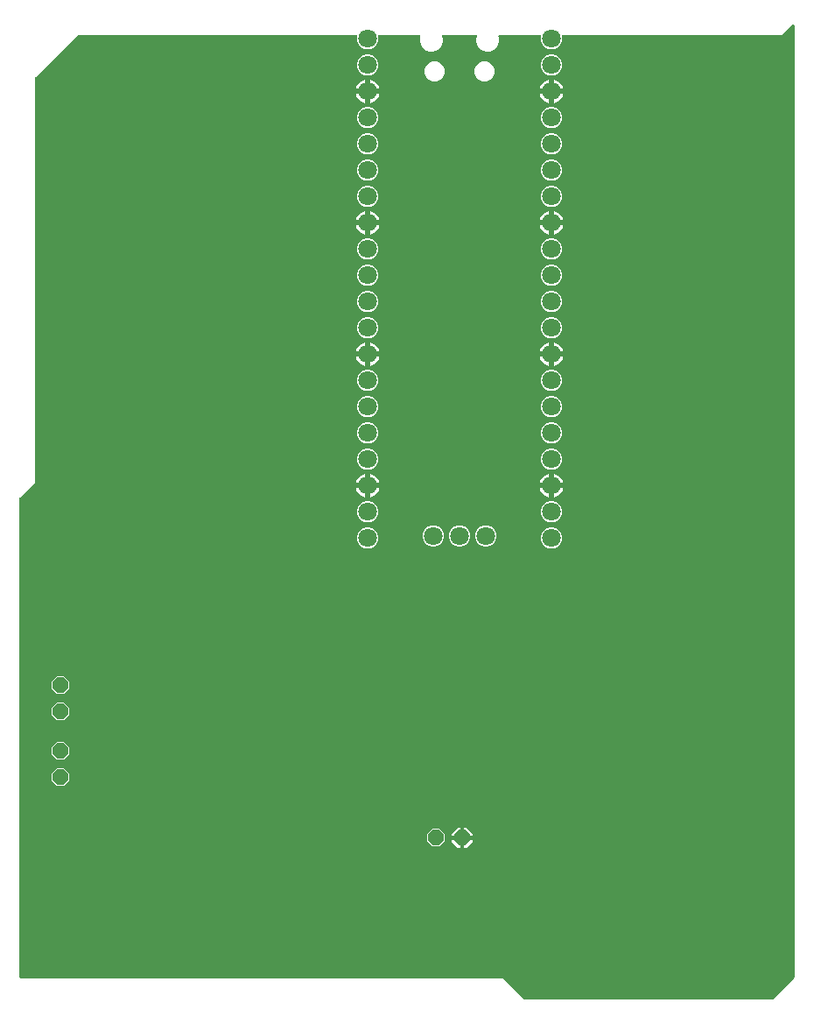
<source format=gbl>
G04 EAGLE Gerber RS-274X export*
G75*
%MOMM*%
%FSLAX34Y34*%
%LPD*%
%INBottom Copper*%
%IPPOS*%
%AMOC8*
5,1,8,0,0,1.08239X$1,22.5*%
G01*
%ADD10P,1.583577X8X292.500000*%
%ADD11P,1.583577X8X202.500000*%
%ADD12P,1.583577X8X112.500000*%
%ADD13C,1.800000*%
%ADD14C,3.327400*%

G36*
X731646Y3571D02*
X731646Y3571D01*
X731772Y3578D01*
X731818Y3591D01*
X731866Y3597D01*
X731985Y3639D01*
X732107Y3674D01*
X732149Y3698D01*
X732194Y3714D01*
X732301Y3783D01*
X732411Y3844D01*
X732457Y3884D01*
X732487Y3903D01*
X732521Y3938D01*
X732597Y4003D01*
X752917Y24323D01*
X752996Y24422D01*
X753080Y24516D01*
X753104Y24558D01*
X753134Y24596D01*
X753188Y24710D01*
X753249Y24821D01*
X753262Y24867D01*
X753283Y24911D01*
X753309Y25034D01*
X753344Y25156D01*
X753349Y25217D01*
X753356Y25252D01*
X753355Y25300D01*
X753363Y25400D01*
X753363Y944880D01*
X753352Y944980D01*
X753350Y945080D01*
X753332Y945152D01*
X753323Y945226D01*
X753290Y945321D01*
X753265Y945418D01*
X753231Y945484D01*
X753206Y945554D01*
X753151Y945639D01*
X753105Y945728D01*
X753057Y945785D01*
X753017Y945847D01*
X752945Y945917D01*
X752880Y945993D01*
X752820Y946038D01*
X752766Y946089D01*
X752680Y946141D01*
X752599Y946201D01*
X752531Y946230D01*
X752467Y946268D01*
X752371Y946299D01*
X752279Y946339D01*
X752206Y946352D01*
X752135Y946374D01*
X752035Y946382D01*
X751936Y946400D01*
X751862Y946396D01*
X751788Y946402D01*
X751688Y946387D01*
X751588Y946382D01*
X751517Y946362D01*
X751443Y946351D01*
X751350Y946314D01*
X751253Y946286D01*
X751188Y946249D01*
X751119Y946222D01*
X751037Y946165D01*
X750949Y946116D01*
X750873Y946050D01*
X750833Y946023D01*
X750809Y945997D01*
X750763Y945957D01*
X741049Y936243D01*
X529874Y936243D01*
X529724Y936226D01*
X529574Y936214D01*
X529551Y936206D01*
X529527Y936203D01*
X529385Y936153D01*
X529243Y936106D01*
X529222Y936094D01*
X529199Y936086D01*
X529073Y936004D01*
X528944Y935927D01*
X528927Y935910D01*
X528906Y935897D01*
X528802Y935789D01*
X528694Y935684D01*
X528681Y935664D01*
X528664Y935646D01*
X528587Y935517D01*
X528506Y935391D01*
X528498Y935368D01*
X528485Y935347D01*
X528440Y935204D01*
X528389Y935062D01*
X528387Y935038D01*
X528379Y935015D01*
X528367Y934866D01*
X528350Y934716D01*
X528353Y934692D01*
X528351Y934668D01*
X528374Y934519D01*
X528391Y934370D01*
X528400Y934342D01*
X528403Y934323D01*
X528420Y934279D01*
X528431Y934247D01*
X528431Y930137D01*
X526867Y926362D01*
X523978Y923473D01*
X520203Y921909D01*
X516117Y921909D01*
X512342Y923473D01*
X509453Y926362D01*
X507889Y930137D01*
X507889Y934262D01*
X507895Y934282D01*
X507941Y934425D01*
X507943Y934449D01*
X507949Y934472D01*
X507957Y934623D01*
X507969Y934772D01*
X507965Y934796D01*
X507966Y934820D01*
X507939Y934968D01*
X507917Y935117D01*
X507908Y935139D01*
X507904Y935163D01*
X507844Y935301D01*
X507788Y935441D01*
X507775Y935461D01*
X507765Y935483D01*
X507675Y935604D01*
X507589Y935727D01*
X507571Y935743D01*
X507557Y935763D01*
X507442Y935860D01*
X507331Y935960D01*
X507310Y935972D01*
X507291Y935988D01*
X507157Y936056D01*
X507026Y936129D01*
X507002Y936135D01*
X506981Y936146D01*
X506835Y936183D01*
X506690Y936224D01*
X506661Y936226D01*
X506643Y936231D01*
X506595Y936231D01*
X506446Y936243D01*
X468475Y936243D01*
X468326Y936226D01*
X468176Y936214D01*
X468153Y936206D01*
X468129Y936203D01*
X467988Y936153D01*
X467844Y936107D01*
X467824Y936094D01*
X467801Y936086D01*
X467675Y936004D01*
X467546Y935927D01*
X467528Y935910D01*
X467508Y935897D01*
X467404Y935789D01*
X467296Y935684D01*
X467283Y935664D01*
X467266Y935646D01*
X467189Y935517D01*
X467108Y935391D01*
X467100Y935368D01*
X467087Y935347D01*
X467041Y935204D01*
X466991Y935062D01*
X466988Y935038D01*
X466981Y935015D01*
X466969Y934866D01*
X466952Y934716D01*
X466955Y934692D01*
X466953Y934668D01*
X466975Y934519D01*
X466993Y934370D01*
X467002Y934342D01*
X467005Y934323D01*
X467022Y934279D01*
X467068Y934137D01*
X467511Y933068D01*
X467511Y928692D01*
X465836Y924649D01*
X462741Y921554D01*
X458698Y919879D01*
X454322Y919879D01*
X450279Y921554D01*
X447184Y924649D01*
X445509Y928692D01*
X445509Y933068D01*
X445952Y934137D01*
X445993Y934282D01*
X446039Y934425D01*
X446041Y934449D01*
X446048Y934472D01*
X446055Y934623D01*
X446067Y934772D01*
X446063Y934796D01*
X446065Y934820D01*
X446038Y934968D01*
X446015Y935117D01*
X446006Y935139D01*
X446002Y935163D01*
X445942Y935301D01*
X445887Y935441D01*
X445873Y935461D01*
X445863Y935483D01*
X445773Y935604D01*
X445688Y935727D01*
X445670Y935743D01*
X445655Y935763D01*
X445540Y935860D01*
X445429Y935960D01*
X445408Y935972D01*
X445389Y935988D01*
X445256Y936056D01*
X445124Y936129D01*
X445101Y936135D01*
X445079Y936146D01*
X444933Y936183D01*
X444789Y936224D01*
X444759Y936226D01*
X444741Y936231D01*
X444694Y936231D01*
X444545Y936243D01*
X413975Y936243D01*
X413826Y936226D01*
X413676Y936214D01*
X413653Y936206D01*
X413629Y936203D01*
X413488Y936153D01*
X413344Y936107D01*
X413324Y936094D01*
X413301Y936086D01*
X413175Y936004D01*
X413046Y935927D01*
X413028Y935910D01*
X413008Y935897D01*
X412904Y935789D01*
X412796Y935684D01*
X412783Y935664D01*
X412766Y935646D01*
X412689Y935517D01*
X412608Y935391D01*
X412600Y935368D01*
X412587Y935347D01*
X412541Y935204D01*
X412491Y935062D01*
X412488Y935038D01*
X412481Y935015D01*
X412469Y934866D01*
X412452Y934716D01*
X412455Y934692D01*
X412453Y934668D01*
X412475Y934519D01*
X412493Y934370D01*
X412502Y934342D01*
X412505Y934323D01*
X412522Y934279D01*
X412568Y934137D01*
X413011Y933068D01*
X413011Y928692D01*
X411336Y924649D01*
X408241Y921554D01*
X404198Y919879D01*
X399822Y919879D01*
X395779Y921554D01*
X392684Y924649D01*
X391009Y928692D01*
X391009Y933068D01*
X391452Y934137D01*
X391493Y934282D01*
X391539Y934425D01*
X391541Y934449D01*
X391548Y934472D01*
X391555Y934623D01*
X391567Y934772D01*
X391563Y934796D01*
X391565Y934820D01*
X391538Y934968D01*
X391515Y935117D01*
X391506Y935139D01*
X391502Y935163D01*
X391442Y935301D01*
X391387Y935441D01*
X391373Y935461D01*
X391363Y935483D01*
X391273Y935604D01*
X391188Y935727D01*
X391170Y935743D01*
X391155Y935763D01*
X391040Y935860D01*
X390929Y935960D01*
X390908Y935972D01*
X390889Y935988D01*
X390756Y936056D01*
X390624Y936129D01*
X390601Y936135D01*
X390579Y936146D01*
X390433Y936183D01*
X390289Y936224D01*
X390259Y936226D01*
X390241Y936231D01*
X390194Y936231D01*
X390045Y936243D01*
X352074Y936243D01*
X351924Y936226D01*
X351774Y936214D01*
X351751Y936206D01*
X351727Y936203D01*
X351585Y936153D01*
X351443Y936106D01*
X351422Y936094D01*
X351399Y936086D01*
X351273Y936004D01*
X351144Y935927D01*
X351127Y935910D01*
X351106Y935897D01*
X351002Y935789D01*
X350894Y935684D01*
X350881Y935664D01*
X350864Y935646D01*
X350787Y935517D01*
X350706Y935391D01*
X350698Y935368D01*
X350685Y935347D01*
X350640Y935204D01*
X350589Y935062D01*
X350587Y935038D01*
X350579Y935015D01*
X350567Y934866D01*
X350550Y934716D01*
X350553Y934692D01*
X350551Y934668D01*
X350574Y934519D01*
X350591Y934370D01*
X350600Y934342D01*
X350603Y934323D01*
X350620Y934279D01*
X350631Y934247D01*
X350631Y930137D01*
X349067Y926362D01*
X346178Y923473D01*
X342403Y921909D01*
X338317Y921909D01*
X334542Y923473D01*
X331653Y926362D01*
X330089Y930137D01*
X330089Y934262D01*
X330095Y934282D01*
X330141Y934425D01*
X330143Y934449D01*
X330149Y934472D01*
X330157Y934623D01*
X330169Y934772D01*
X330165Y934796D01*
X330166Y934820D01*
X330139Y934968D01*
X330117Y935117D01*
X330108Y935139D01*
X330104Y935163D01*
X330044Y935301D01*
X329988Y935441D01*
X329975Y935461D01*
X329965Y935483D01*
X329875Y935604D01*
X329789Y935727D01*
X329771Y935743D01*
X329757Y935763D01*
X329642Y935860D01*
X329531Y935960D01*
X329510Y935972D01*
X329491Y935988D01*
X329357Y936056D01*
X329226Y936129D01*
X329202Y936135D01*
X329181Y936146D01*
X329035Y936183D01*
X328890Y936224D01*
X328861Y936226D01*
X328843Y936231D01*
X328795Y936231D01*
X328646Y936243D01*
X60960Y936243D01*
X60834Y936229D01*
X60708Y936222D01*
X60662Y936209D01*
X60614Y936203D01*
X60495Y936161D01*
X60373Y936126D01*
X60331Y936102D01*
X60286Y936086D01*
X60179Y936017D01*
X60069Y935956D01*
X60023Y935916D01*
X59993Y935897D01*
X59959Y935862D01*
X59883Y935797D01*
X19243Y895157D01*
X19164Y895058D01*
X19080Y894964D01*
X19056Y894922D01*
X19026Y894884D01*
X18972Y894770D01*
X18911Y894659D01*
X18898Y894613D01*
X18877Y894569D01*
X18851Y894446D01*
X18816Y894324D01*
X18812Y894263D01*
X18804Y894228D01*
X18805Y894180D01*
X18797Y894080D01*
X18797Y503551D01*
X4003Y488757D01*
X3924Y488658D01*
X3840Y488564D01*
X3816Y488522D01*
X3786Y488484D01*
X3732Y488370D01*
X3671Y488259D01*
X3658Y488213D01*
X3637Y488169D01*
X3611Y488046D01*
X3576Y487924D01*
X3572Y487863D01*
X3564Y487828D01*
X3565Y487780D01*
X3557Y487680D01*
X3557Y25400D01*
X3560Y25374D01*
X3558Y25348D01*
X3580Y25201D01*
X3597Y25054D01*
X3605Y25029D01*
X3609Y25003D01*
X3664Y24865D01*
X3714Y24726D01*
X3728Y24704D01*
X3738Y24679D01*
X3823Y24558D01*
X3903Y24433D01*
X3922Y24415D01*
X3937Y24393D01*
X4047Y24294D01*
X4154Y24191D01*
X4176Y24177D01*
X4196Y24160D01*
X4326Y24088D01*
X4453Y24012D01*
X4478Y24004D01*
X4501Y23991D01*
X4644Y23951D01*
X4785Y23906D01*
X4811Y23904D01*
X4836Y23896D01*
X5080Y23877D01*
X471809Y23877D01*
X491683Y4003D01*
X491782Y3924D01*
X491876Y3840D01*
X491918Y3816D01*
X491956Y3786D01*
X492070Y3732D01*
X492181Y3671D01*
X492227Y3658D01*
X492271Y3637D01*
X492394Y3611D01*
X492516Y3576D01*
X492577Y3572D01*
X492612Y3564D01*
X492660Y3565D01*
X492760Y3557D01*
X731520Y3557D01*
X731646Y3571D01*
G37*
%LPC*%
G36*
X516117Y896509D02*
X516117Y896509D01*
X512342Y898073D01*
X509453Y900962D01*
X507889Y904737D01*
X507889Y908823D01*
X509453Y912598D01*
X512342Y915487D01*
X516117Y917051D01*
X520203Y917051D01*
X523978Y915487D01*
X526867Y912598D01*
X528431Y908823D01*
X528431Y904737D01*
X526867Y900962D01*
X523978Y898073D01*
X520203Y896509D01*
X516117Y896509D01*
G37*
%LPD*%
%LPC*%
G36*
X338317Y896509D02*
X338317Y896509D01*
X334542Y898073D01*
X331653Y900962D01*
X330089Y904737D01*
X330089Y908823D01*
X331653Y912598D01*
X334542Y915487D01*
X338317Y917051D01*
X342403Y917051D01*
X346178Y915487D01*
X349067Y912598D01*
X350631Y908823D01*
X350631Y904737D01*
X349067Y900962D01*
X346178Y898073D01*
X342403Y896509D01*
X338317Y896509D01*
G37*
%LPD*%
%LPC*%
G36*
X338317Y667909D02*
X338317Y667909D01*
X334542Y669473D01*
X331653Y672362D01*
X330089Y676137D01*
X330089Y680223D01*
X331653Y683998D01*
X334542Y686887D01*
X338317Y688451D01*
X342403Y688451D01*
X346178Y686887D01*
X349067Y683998D01*
X350631Y680223D01*
X350631Y676137D01*
X349067Y672362D01*
X346178Y669473D01*
X342403Y667909D01*
X338317Y667909D01*
G37*
%LPD*%
%LPC*%
G36*
X516117Y642509D02*
X516117Y642509D01*
X512342Y644073D01*
X509453Y646962D01*
X507889Y650737D01*
X507889Y654823D01*
X509453Y658598D01*
X512342Y661487D01*
X516117Y663051D01*
X520203Y663051D01*
X523978Y661487D01*
X526867Y658598D01*
X528431Y654823D01*
X528431Y650737D01*
X526867Y646962D01*
X523978Y644073D01*
X520203Y642509D01*
X516117Y642509D01*
G37*
%LPD*%
%LPC*%
G36*
X338317Y642509D02*
X338317Y642509D01*
X334542Y644073D01*
X331653Y646962D01*
X330089Y650737D01*
X330089Y654823D01*
X331653Y658598D01*
X334542Y661487D01*
X338317Y663051D01*
X342403Y663051D01*
X346178Y661487D01*
X349067Y658598D01*
X350631Y654823D01*
X350631Y650737D01*
X349067Y646962D01*
X346178Y644073D01*
X342403Y642509D01*
X338317Y642509D01*
G37*
%LPD*%
%LPC*%
G36*
X516117Y439309D02*
X516117Y439309D01*
X512342Y440873D01*
X509453Y443762D01*
X507889Y447537D01*
X507889Y451623D01*
X509453Y455398D01*
X512342Y458287D01*
X516117Y459851D01*
X520203Y459851D01*
X523978Y458287D01*
X526867Y455398D01*
X528431Y451623D01*
X528431Y447537D01*
X526867Y443762D01*
X523978Y440873D01*
X520203Y439309D01*
X516117Y439309D01*
G37*
%LPD*%
%LPC*%
G36*
X516117Y566309D02*
X516117Y566309D01*
X512342Y567873D01*
X509453Y570762D01*
X507889Y574537D01*
X507889Y578623D01*
X509453Y582398D01*
X512342Y585287D01*
X516117Y586851D01*
X520203Y586851D01*
X523978Y585287D01*
X526867Y582398D01*
X528431Y578623D01*
X528431Y574537D01*
X526867Y570762D01*
X523978Y567873D01*
X520203Y566309D01*
X516117Y566309D01*
G37*
%LPD*%
%LPC*%
G36*
X516117Y591709D02*
X516117Y591709D01*
X512342Y593273D01*
X509453Y596162D01*
X507889Y599937D01*
X507889Y604023D01*
X509453Y607798D01*
X512342Y610687D01*
X516117Y612251D01*
X520203Y612251D01*
X523978Y610687D01*
X526867Y607798D01*
X528431Y604023D01*
X528431Y599937D01*
X526867Y596162D01*
X523978Y593273D01*
X520203Y591709D01*
X516117Y591709D01*
G37*
%LPD*%
%LPC*%
G36*
X338317Y794909D02*
X338317Y794909D01*
X334542Y796473D01*
X331653Y799362D01*
X330089Y803137D01*
X330089Y807223D01*
X331653Y810998D01*
X334542Y813887D01*
X338317Y815451D01*
X342403Y815451D01*
X346178Y813887D01*
X349067Y810998D01*
X350631Y807223D01*
X350631Y803137D01*
X349067Y799362D01*
X346178Y796473D01*
X342403Y794909D01*
X338317Y794909D01*
G37*
%LPD*%
%LPC*%
G36*
X338317Y591709D02*
X338317Y591709D01*
X334542Y593273D01*
X331653Y596162D01*
X330089Y599937D01*
X330089Y604023D01*
X331653Y607798D01*
X334542Y610687D01*
X338317Y612251D01*
X342403Y612251D01*
X346178Y610687D01*
X349067Y607798D01*
X350631Y604023D01*
X350631Y599937D01*
X349067Y596162D01*
X346178Y593273D01*
X342403Y591709D01*
X338317Y591709D01*
G37*
%LPD*%
%LPC*%
G36*
X338317Y566309D02*
X338317Y566309D01*
X334542Y567873D01*
X331653Y570762D01*
X330089Y574537D01*
X330089Y578623D01*
X331653Y582398D01*
X334542Y585287D01*
X338317Y586851D01*
X342403Y586851D01*
X346178Y585287D01*
X349067Y582398D01*
X350631Y578623D01*
X350631Y574537D01*
X349067Y570762D01*
X346178Y567873D01*
X342403Y566309D01*
X338317Y566309D01*
G37*
%LPD*%
%LPC*%
G36*
X516117Y540909D02*
X516117Y540909D01*
X512342Y542473D01*
X509453Y545362D01*
X507889Y549137D01*
X507889Y553223D01*
X509453Y556998D01*
X512342Y559887D01*
X516117Y561451D01*
X520203Y561451D01*
X523978Y559887D01*
X526867Y556998D01*
X528431Y553223D01*
X528431Y549137D01*
X526867Y545362D01*
X523978Y542473D01*
X520203Y540909D01*
X516117Y540909D01*
G37*
%LPD*%
%LPC*%
G36*
X516117Y845709D02*
X516117Y845709D01*
X512342Y847273D01*
X509453Y850162D01*
X507889Y853937D01*
X507889Y858023D01*
X509453Y861798D01*
X512342Y864687D01*
X516117Y866251D01*
X520203Y866251D01*
X523978Y864687D01*
X526867Y861798D01*
X528431Y858023D01*
X528431Y853937D01*
X526867Y850162D01*
X523978Y847273D01*
X520203Y845709D01*
X516117Y845709D01*
G37*
%LPD*%
%LPC*%
G36*
X338317Y845709D02*
X338317Y845709D01*
X334542Y847273D01*
X331653Y850162D01*
X330089Y853937D01*
X330089Y858023D01*
X331653Y861798D01*
X334542Y864687D01*
X338317Y866251D01*
X342403Y866251D01*
X346178Y864687D01*
X349067Y861798D01*
X350631Y858023D01*
X350631Y853937D01*
X349067Y850162D01*
X346178Y847273D01*
X342403Y845709D01*
X338317Y845709D01*
G37*
%LPD*%
%LPC*%
G36*
X516117Y820309D02*
X516117Y820309D01*
X512342Y821873D01*
X509453Y824762D01*
X507889Y828537D01*
X507889Y832623D01*
X509453Y836398D01*
X512342Y839287D01*
X516117Y840851D01*
X520203Y840851D01*
X523978Y839287D01*
X526867Y836398D01*
X528431Y832623D01*
X528431Y828537D01*
X526867Y824762D01*
X523978Y821873D01*
X520203Y820309D01*
X516117Y820309D01*
G37*
%LPD*%
%LPC*%
G36*
X338317Y820309D02*
X338317Y820309D01*
X334542Y821873D01*
X331653Y824762D01*
X330089Y828537D01*
X330089Y832623D01*
X331653Y836398D01*
X334542Y839287D01*
X338317Y840851D01*
X342403Y840851D01*
X346178Y839287D01*
X349067Y836398D01*
X350631Y832623D01*
X350631Y828537D01*
X349067Y824762D01*
X346178Y821873D01*
X342403Y820309D01*
X338317Y820309D01*
G37*
%LPD*%
%LPC*%
G36*
X516117Y794909D02*
X516117Y794909D01*
X512342Y796473D01*
X509453Y799362D01*
X507889Y803137D01*
X507889Y807223D01*
X509453Y810998D01*
X512342Y813887D01*
X516117Y815451D01*
X520203Y815451D01*
X523978Y813887D01*
X526867Y810998D01*
X528431Y807223D01*
X528431Y803137D01*
X526867Y799362D01*
X523978Y796473D01*
X520203Y794909D01*
X516117Y794909D01*
G37*
%LPD*%
%LPC*%
G36*
X338317Y540909D02*
X338317Y540909D01*
X334542Y542473D01*
X331653Y545362D01*
X330089Y549137D01*
X330089Y553223D01*
X331653Y556998D01*
X334542Y559887D01*
X338317Y561451D01*
X342403Y561451D01*
X346178Y559887D01*
X349067Y556998D01*
X350631Y553223D01*
X350631Y549137D01*
X349067Y545362D01*
X346178Y542473D01*
X342403Y540909D01*
X338317Y540909D01*
G37*
%LPD*%
%LPC*%
G36*
X516117Y769509D02*
X516117Y769509D01*
X512342Y771073D01*
X509453Y773962D01*
X507889Y777737D01*
X507889Y781823D01*
X509453Y785598D01*
X512342Y788487D01*
X516117Y790051D01*
X520203Y790051D01*
X523978Y788487D01*
X526867Y785598D01*
X528431Y781823D01*
X528431Y777737D01*
X526867Y773962D01*
X523978Y771073D01*
X520203Y769509D01*
X516117Y769509D01*
G37*
%LPD*%
%LPC*%
G36*
X338317Y769509D02*
X338317Y769509D01*
X334542Y771073D01*
X331653Y773962D01*
X330089Y777737D01*
X330089Y781823D01*
X331653Y785598D01*
X334542Y788487D01*
X338317Y790051D01*
X342403Y790051D01*
X346178Y788487D01*
X349067Y785598D01*
X350631Y781823D01*
X350631Y777737D01*
X349067Y773962D01*
X346178Y771073D01*
X342403Y769509D01*
X338317Y769509D01*
G37*
%LPD*%
%LPC*%
G36*
X516117Y515509D02*
X516117Y515509D01*
X512342Y517073D01*
X509453Y519962D01*
X507889Y523737D01*
X507889Y527823D01*
X509453Y531598D01*
X512342Y534487D01*
X516117Y536051D01*
X520203Y536051D01*
X523978Y534487D01*
X526867Y531598D01*
X528431Y527823D01*
X528431Y523737D01*
X526867Y519962D01*
X523978Y517073D01*
X520203Y515509D01*
X516117Y515509D01*
G37*
%LPD*%
%LPC*%
G36*
X338317Y515509D02*
X338317Y515509D01*
X334542Y517073D01*
X331653Y519962D01*
X330089Y523737D01*
X330089Y527823D01*
X331653Y531598D01*
X334542Y534487D01*
X338317Y536051D01*
X342403Y536051D01*
X346178Y534487D01*
X349067Y531598D01*
X350631Y527823D01*
X350631Y523737D01*
X349067Y519962D01*
X346178Y517073D01*
X342403Y515509D01*
X338317Y515509D01*
G37*
%LPD*%
%LPC*%
G36*
X338317Y439309D02*
X338317Y439309D01*
X334542Y440873D01*
X331653Y443762D01*
X330089Y447537D01*
X330089Y451623D01*
X331653Y455398D01*
X334542Y458287D01*
X338317Y459851D01*
X342403Y459851D01*
X346178Y458287D01*
X349067Y455398D01*
X350631Y451623D01*
X350631Y447537D01*
X349067Y443762D01*
X346178Y440873D01*
X342403Y439309D01*
X338317Y439309D01*
G37*
%LPD*%
%LPC*%
G36*
X516117Y464709D02*
X516117Y464709D01*
X512342Y466273D01*
X509453Y469162D01*
X507889Y472937D01*
X507889Y477023D01*
X509453Y480798D01*
X512342Y483687D01*
X516117Y485251D01*
X520203Y485251D01*
X523978Y483687D01*
X526867Y480798D01*
X528431Y477023D01*
X528431Y472937D01*
X526867Y469162D01*
X523978Y466273D01*
X520203Y464709D01*
X516117Y464709D01*
G37*
%LPD*%
%LPC*%
G36*
X338317Y464709D02*
X338317Y464709D01*
X334542Y466273D01*
X331653Y469162D01*
X330089Y472937D01*
X330089Y477023D01*
X331653Y480798D01*
X334542Y483687D01*
X338317Y485251D01*
X342403Y485251D01*
X346178Y483687D01*
X349067Y480798D01*
X350631Y477023D01*
X350631Y472937D01*
X349067Y469162D01*
X346178Y466273D01*
X342403Y464709D01*
X338317Y464709D01*
G37*
%LPD*%
%LPC*%
G36*
X452617Y441609D02*
X452617Y441609D01*
X448842Y443173D01*
X445953Y446062D01*
X444389Y449837D01*
X444389Y453923D01*
X445953Y457698D01*
X448842Y460587D01*
X452617Y462151D01*
X456703Y462151D01*
X460478Y460587D01*
X463367Y457698D01*
X464931Y453923D01*
X464931Y449837D01*
X463367Y446062D01*
X460478Y443173D01*
X456703Y441609D01*
X452617Y441609D01*
G37*
%LPD*%
%LPC*%
G36*
X427217Y441609D02*
X427217Y441609D01*
X423442Y443173D01*
X420553Y446062D01*
X418989Y449837D01*
X418989Y453923D01*
X420553Y457698D01*
X423442Y460587D01*
X427217Y462151D01*
X431303Y462151D01*
X435078Y460587D01*
X437967Y457698D01*
X439531Y453923D01*
X439531Y449837D01*
X437967Y446062D01*
X435078Y443173D01*
X431303Y441609D01*
X427217Y441609D01*
G37*
%LPD*%
%LPC*%
G36*
X401817Y441609D02*
X401817Y441609D01*
X398042Y443173D01*
X395153Y446062D01*
X393589Y449837D01*
X393589Y453923D01*
X395153Y457698D01*
X398042Y460587D01*
X401817Y462151D01*
X405903Y462151D01*
X409678Y460587D01*
X412567Y457698D01*
X414131Y453923D01*
X414131Y449837D01*
X412567Y446062D01*
X409678Y443173D01*
X405903Y441609D01*
X401817Y441609D01*
G37*
%LPD*%
%LPC*%
G36*
X516117Y718709D02*
X516117Y718709D01*
X512342Y720273D01*
X509453Y723162D01*
X507889Y726937D01*
X507889Y731023D01*
X509453Y734798D01*
X512342Y737687D01*
X516117Y739251D01*
X520203Y739251D01*
X523978Y737687D01*
X526867Y734798D01*
X528431Y731023D01*
X528431Y726937D01*
X526867Y723162D01*
X523978Y720273D01*
X520203Y718709D01*
X516117Y718709D01*
G37*
%LPD*%
%LPC*%
G36*
X338317Y718709D02*
X338317Y718709D01*
X334542Y720273D01*
X331653Y723162D01*
X330089Y726937D01*
X330089Y731023D01*
X331653Y734798D01*
X334542Y737687D01*
X338317Y739251D01*
X342403Y739251D01*
X346178Y737687D01*
X349067Y734798D01*
X350631Y731023D01*
X350631Y726937D01*
X349067Y723162D01*
X346178Y720273D01*
X342403Y718709D01*
X338317Y718709D01*
G37*
%LPD*%
%LPC*%
G36*
X516117Y693309D02*
X516117Y693309D01*
X512342Y694873D01*
X509453Y697762D01*
X507889Y701537D01*
X507889Y705623D01*
X509453Y709398D01*
X512342Y712287D01*
X516117Y713851D01*
X520203Y713851D01*
X523978Y712287D01*
X526867Y709398D01*
X528431Y705623D01*
X528431Y701537D01*
X526867Y697762D01*
X523978Y694873D01*
X520203Y693309D01*
X516117Y693309D01*
G37*
%LPD*%
%LPC*%
G36*
X338317Y693309D02*
X338317Y693309D01*
X334542Y694873D01*
X331653Y697762D01*
X330089Y701537D01*
X330089Y705623D01*
X331653Y709398D01*
X334542Y712287D01*
X338317Y713851D01*
X342403Y713851D01*
X346178Y712287D01*
X349067Y709398D01*
X350631Y705623D01*
X350631Y701537D01*
X349067Y697762D01*
X346178Y694873D01*
X342403Y693309D01*
X338317Y693309D01*
G37*
%LPD*%
%LPC*%
G36*
X516117Y667909D02*
X516117Y667909D01*
X512342Y669473D01*
X509453Y672362D01*
X507889Y676137D01*
X507889Y680223D01*
X509453Y683998D01*
X512342Y686887D01*
X516117Y688451D01*
X520203Y688451D01*
X523978Y686887D01*
X526867Y683998D01*
X528431Y680223D01*
X528431Y676137D01*
X526867Y672362D01*
X523978Y669473D01*
X520203Y667909D01*
X516117Y667909D01*
G37*
%LPD*%
%LPC*%
G36*
X451620Y891079D02*
X451620Y891079D01*
X448128Y892526D01*
X445456Y895198D01*
X444009Y898690D01*
X444009Y902470D01*
X445456Y905962D01*
X448128Y908634D01*
X451620Y910081D01*
X455400Y910081D01*
X458892Y908634D01*
X461564Y905962D01*
X463011Y902470D01*
X463011Y898690D01*
X461564Y895198D01*
X458892Y892526D01*
X455400Y891079D01*
X451620Y891079D01*
G37*
%LPD*%
%LPC*%
G36*
X403120Y891079D02*
X403120Y891079D01*
X399628Y892526D01*
X396956Y895198D01*
X395509Y898690D01*
X395509Y902470D01*
X396956Y905962D01*
X399628Y908634D01*
X403120Y910081D01*
X406900Y910081D01*
X410392Y908634D01*
X413064Y905962D01*
X414511Y902470D01*
X414511Y898690D01*
X413064Y895198D01*
X410392Y892526D01*
X406900Y891079D01*
X403120Y891079D01*
G37*
%LPD*%
%LPC*%
G36*
X39624Y298754D02*
X39624Y298754D01*
X34594Y303784D01*
X34594Y310896D01*
X39624Y315926D01*
X46736Y315926D01*
X51766Y310896D01*
X51766Y303784D01*
X46736Y298754D01*
X39624Y298754D01*
G37*
%LPD*%
%LPC*%
G36*
X39624Y209854D02*
X39624Y209854D01*
X34594Y214884D01*
X34594Y221996D01*
X39624Y227026D01*
X46736Y227026D01*
X51766Y221996D01*
X51766Y214884D01*
X46736Y209854D01*
X39624Y209854D01*
G37*
%LPD*%
%LPC*%
G36*
X39624Y273354D02*
X39624Y273354D01*
X34594Y278384D01*
X34594Y285496D01*
X39624Y290526D01*
X46736Y290526D01*
X51766Y285496D01*
X51766Y278384D01*
X46736Y273354D01*
X39624Y273354D01*
G37*
%LPD*%
%LPC*%
G36*
X39624Y235254D02*
X39624Y235254D01*
X34594Y240284D01*
X34594Y247396D01*
X39624Y252426D01*
X46736Y252426D01*
X51766Y247396D01*
X51766Y240284D01*
X46736Y235254D01*
X39624Y235254D01*
G37*
%LPD*%
%LPC*%
G36*
X402844Y151434D02*
X402844Y151434D01*
X397814Y156464D01*
X397814Y163576D01*
X402844Y168606D01*
X409956Y168606D01*
X414986Y163576D01*
X414986Y156464D01*
X409956Y151434D01*
X402844Y151434D01*
G37*
%LPD*%
%LPC*%
G36*
X342859Y502879D02*
X342859Y502879D01*
X342859Y511669D01*
X343063Y511637D01*
X344790Y511075D01*
X346409Y510251D01*
X347878Y509183D01*
X349163Y507898D01*
X350231Y506429D01*
X351055Y504810D01*
X351617Y503083D01*
X351649Y502879D01*
X342859Y502879D01*
G37*
%LPD*%
%LPC*%
G36*
X342859Y883879D02*
X342859Y883879D01*
X342859Y892669D01*
X343063Y892637D01*
X344790Y892075D01*
X346409Y891251D01*
X347878Y890183D01*
X349163Y888898D01*
X350231Y887429D01*
X351055Y885810D01*
X351617Y884083D01*
X351649Y883879D01*
X342859Y883879D01*
G37*
%LPD*%
%LPC*%
G36*
X520659Y756879D02*
X520659Y756879D01*
X520659Y765669D01*
X520863Y765637D01*
X522590Y765075D01*
X524209Y764251D01*
X525678Y763183D01*
X526963Y761898D01*
X528031Y760429D01*
X528855Y758810D01*
X529417Y757083D01*
X529449Y756879D01*
X520659Y756879D01*
G37*
%LPD*%
%LPC*%
G36*
X520659Y883879D02*
X520659Y883879D01*
X520659Y892669D01*
X520863Y892637D01*
X522590Y892075D01*
X524209Y891251D01*
X525678Y890183D01*
X526963Y888898D01*
X528031Y887429D01*
X528855Y885810D01*
X529417Y884083D01*
X529449Y883879D01*
X520659Y883879D01*
G37*
%LPD*%
%LPC*%
G36*
X342859Y629879D02*
X342859Y629879D01*
X342859Y638669D01*
X343063Y638637D01*
X344790Y638075D01*
X346409Y637251D01*
X347878Y636183D01*
X349163Y634898D01*
X350231Y633429D01*
X351055Y631810D01*
X351617Y630083D01*
X351649Y629879D01*
X342859Y629879D01*
G37*
%LPD*%
%LPC*%
G36*
X520659Y629879D02*
X520659Y629879D01*
X520659Y638669D01*
X520863Y638637D01*
X522590Y638075D01*
X524209Y637251D01*
X525678Y636183D01*
X526963Y634898D01*
X528031Y633429D01*
X528855Y631810D01*
X529417Y630083D01*
X529449Y629879D01*
X520659Y629879D01*
G37*
%LPD*%
%LPC*%
G36*
X520659Y502879D02*
X520659Y502879D01*
X520659Y511669D01*
X520863Y511637D01*
X522590Y511075D01*
X524209Y510251D01*
X525678Y509183D01*
X526963Y507898D01*
X528031Y506429D01*
X528855Y504810D01*
X529417Y503083D01*
X529449Y502879D01*
X520659Y502879D01*
G37*
%LPD*%
%LPC*%
G36*
X342859Y756879D02*
X342859Y756879D01*
X342859Y765669D01*
X343063Y765637D01*
X344790Y765075D01*
X346409Y764251D01*
X347878Y763183D01*
X349163Y761898D01*
X350231Y760429D01*
X351055Y758810D01*
X351617Y757083D01*
X351649Y756879D01*
X342859Y756879D01*
G37*
%LPD*%
%LPC*%
G36*
X342859Y878881D02*
X342859Y878881D01*
X351649Y878881D01*
X351617Y878677D01*
X351055Y876950D01*
X350231Y875331D01*
X349163Y873862D01*
X347878Y872577D01*
X346409Y871509D01*
X344790Y870685D01*
X343063Y870123D01*
X342859Y870091D01*
X342859Y878881D01*
G37*
%LPD*%
%LPC*%
G36*
X329071Y756879D02*
X329071Y756879D01*
X329103Y757083D01*
X329665Y758810D01*
X330489Y760429D01*
X331557Y761898D01*
X332842Y763183D01*
X334311Y764251D01*
X335930Y765075D01*
X337657Y765637D01*
X337861Y765669D01*
X337861Y756879D01*
X329071Y756879D01*
G37*
%LPD*%
%LPC*%
G36*
X506871Y756879D02*
X506871Y756879D01*
X506903Y757083D01*
X507465Y758810D01*
X508289Y760429D01*
X509357Y761898D01*
X510642Y763183D01*
X512111Y764251D01*
X513730Y765075D01*
X515457Y765637D01*
X515661Y765669D01*
X515661Y756879D01*
X506871Y756879D01*
G37*
%LPD*%
%LPC*%
G36*
X520659Y751881D02*
X520659Y751881D01*
X529449Y751881D01*
X529417Y751677D01*
X528855Y749950D01*
X528031Y748331D01*
X526963Y746862D01*
X525678Y745577D01*
X524209Y744509D01*
X522590Y743685D01*
X520863Y743123D01*
X520659Y743091D01*
X520659Y751881D01*
G37*
%LPD*%
%LPC*%
G36*
X342859Y751881D02*
X342859Y751881D01*
X351649Y751881D01*
X351617Y751677D01*
X351055Y749950D01*
X350231Y748331D01*
X349163Y746862D01*
X347878Y745577D01*
X346409Y744509D01*
X344790Y743685D01*
X343063Y743123D01*
X342859Y743091D01*
X342859Y751881D01*
G37*
%LPD*%
%LPC*%
G36*
X506871Y502879D02*
X506871Y502879D01*
X506903Y503083D01*
X507465Y504810D01*
X508289Y506429D01*
X509357Y507898D01*
X510642Y509183D01*
X512111Y510251D01*
X513730Y511075D01*
X515457Y511637D01*
X515661Y511669D01*
X515661Y502879D01*
X506871Y502879D01*
G37*
%LPD*%
%LPC*%
G36*
X329071Y502879D02*
X329071Y502879D01*
X329103Y503083D01*
X329665Y504810D01*
X330489Y506429D01*
X331557Y507898D01*
X332842Y509183D01*
X334311Y510251D01*
X335930Y511075D01*
X337657Y511637D01*
X337861Y511669D01*
X337861Y502879D01*
X329071Y502879D01*
G37*
%LPD*%
%LPC*%
G36*
X520659Y497881D02*
X520659Y497881D01*
X529449Y497881D01*
X529417Y497677D01*
X528855Y495950D01*
X528031Y494331D01*
X526963Y492862D01*
X525678Y491577D01*
X524209Y490509D01*
X522590Y489685D01*
X520863Y489123D01*
X520659Y489091D01*
X520659Y497881D01*
G37*
%LPD*%
%LPC*%
G36*
X506871Y629879D02*
X506871Y629879D01*
X506903Y630083D01*
X507465Y631810D01*
X508289Y633429D01*
X509357Y634898D01*
X510642Y636183D01*
X512111Y637251D01*
X513730Y638075D01*
X515457Y638637D01*
X515661Y638669D01*
X515661Y629879D01*
X506871Y629879D01*
G37*
%LPD*%
%LPC*%
G36*
X342859Y497881D02*
X342859Y497881D01*
X351649Y497881D01*
X351617Y497677D01*
X351055Y495950D01*
X350231Y494331D01*
X349163Y492862D01*
X347878Y491577D01*
X346409Y490509D01*
X344790Y489685D01*
X343063Y489123D01*
X342859Y489091D01*
X342859Y497881D01*
G37*
%LPD*%
%LPC*%
G36*
X520659Y624881D02*
X520659Y624881D01*
X529449Y624881D01*
X529417Y624677D01*
X528855Y622950D01*
X528031Y621331D01*
X526963Y619862D01*
X525678Y618577D01*
X524209Y617509D01*
X522590Y616685D01*
X520863Y616123D01*
X520659Y616091D01*
X520659Y624881D01*
G37*
%LPD*%
%LPC*%
G36*
X342859Y624881D02*
X342859Y624881D01*
X351649Y624881D01*
X351617Y624677D01*
X351055Y622950D01*
X350231Y621331D01*
X349163Y619862D01*
X347878Y618577D01*
X346409Y617509D01*
X344790Y616685D01*
X343063Y616123D01*
X342859Y616091D01*
X342859Y624881D01*
G37*
%LPD*%
%LPC*%
G36*
X329071Y883879D02*
X329071Y883879D01*
X329103Y884083D01*
X329665Y885810D01*
X330489Y887429D01*
X331557Y888898D01*
X332842Y890183D01*
X334311Y891251D01*
X335930Y892075D01*
X337657Y892637D01*
X337861Y892669D01*
X337861Y883879D01*
X329071Y883879D01*
G37*
%LPD*%
%LPC*%
G36*
X506871Y883879D02*
X506871Y883879D01*
X506903Y884083D01*
X507465Y885810D01*
X508289Y887429D01*
X509357Y888898D01*
X510642Y890183D01*
X512111Y891251D01*
X513730Y892075D01*
X515457Y892637D01*
X515661Y892669D01*
X515661Y883879D01*
X506871Y883879D01*
G37*
%LPD*%
%LPC*%
G36*
X329071Y629879D02*
X329071Y629879D01*
X329103Y630083D01*
X329665Y631810D01*
X330489Y633429D01*
X331557Y634898D01*
X332842Y636183D01*
X334311Y637251D01*
X335930Y638075D01*
X337657Y638637D01*
X337861Y638669D01*
X337861Y629879D01*
X329071Y629879D01*
G37*
%LPD*%
%LPC*%
G36*
X520659Y878881D02*
X520659Y878881D01*
X529449Y878881D01*
X529417Y878677D01*
X528855Y876950D01*
X528031Y875331D01*
X526963Y873862D01*
X525678Y872577D01*
X524209Y871509D01*
X522590Y870685D01*
X520863Y870123D01*
X520659Y870091D01*
X520659Y878881D01*
G37*
%LPD*%
%LPC*%
G36*
X337657Y616123D02*
X337657Y616123D01*
X335930Y616685D01*
X334311Y617509D01*
X332842Y618577D01*
X331557Y619862D01*
X330489Y621331D01*
X329665Y622950D01*
X329103Y624677D01*
X329071Y624881D01*
X337861Y624881D01*
X337861Y616091D01*
X337657Y616123D01*
G37*
%LPD*%
%LPC*%
G36*
X515457Y870123D02*
X515457Y870123D01*
X513730Y870685D01*
X512111Y871509D01*
X510642Y872577D01*
X509357Y873862D01*
X508289Y875331D01*
X507465Y876950D01*
X506903Y878677D01*
X506871Y878881D01*
X515661Y878881D01*
X515661Y870091D01*
X515457Y870123D01*
G37*
%LPD*%
%LPC*%
G36*
X515457Y489123D02*
X515457Y489123D01*
X513730Y489685D01*
X512111Y490509D01*
X510642Y491577D01*
X509357Y492862D01*
X508289Y494331D01*
X507465Y495950D01*
X506903Y497677D01*
X506871Y497881D01*
X515661Y497881D01*
X515661Y489091D01*
X515457Y489123D01*
G37*
%LPD*%
%LPC*%
G36*
X337657Y870123D02*
X337657Y870123D01*
X335930Y870685D01*
X334311Y871509D01*
X332842Y872577D01*
X331557Y873862D01*
X330489Y875331D01*
X329665Y876950D01*
X329103Y878677D01*
X329071Y878881D01*
X337861Y878881D01*
X337861Y870091D01*
X337657Y870123D01*
G37*
%LPD*%
%LPC*%
G36*
X515457Y743123D02*
X515457Y743123D01*
X513730Y743685D01*
X512111Y744509D01*
X510642Y745577D01*
X509357Y746862D01*
X508289Y748331D01*
X507465Y749950D01*
X506903Y751677D01*
X506871Y751881D01*
X515661Y751881D01*
X515661Y743091D01*
X515457Y743123D01*
G37*
%LPD*%
%LPC*%
G36*
X337657Y743123D02*
X337657Y743123D01*
X335930Y743685D01*
X334311Y744509D01*
X332842Y745577D01*
X331557Y746862D01*
X330489Y748331D01*
X329665Y749950D01*
X329103Y751677D01*
X329071Y751881D01*
X337861Y751881D01*
X337861Y743091D01*
X337657Y743123D01*
G37*
%LPD*%
%LPC*%
G36*
X515457Y616123D02*
X515457Y616123D01*
X513730Y616685D01*
X512111Y617509D01*
X510642Y618577D01*
X509357Y619862D01*
X508289Y621331D01*
X507465Y622950D01*
X506903Y624677D01*
X506871Y624881D01*
X515661Y624881D01*
X515661Y616091D01*
X515457Y616123D01*
G37*
%LPD*%
%LPC*%
G36*
X337657Y489123D02*
X337657Y489123D01*
X335930Y489685D01*
X334311Y490509D01*
X332842Y491577D01*
X331557Y492862D01*
X330489Y494331D01*
X329665Y495950D01*
X329103Y497677D01*
X329071Y497881D01*
X337861Y497881D01*
X337861Y489091D01*
X337657Y489123D01*
G37*
%LPD*%
%LPC*%
G36*
X433831Y162051D02*
X433831Y162051D01*
X433831Y169876D01*
X435882Y169876D01*
X441656Y164102D01*
X441656Y162051D01*
X433831Y162051D01*
G37*
%LPD*%
%LPC*%
G36*
X421944Y162051D02*
X421944Y162051D01*
X421944Y164102D01*
X427718Y169876D01*
X429769Y169876D01*
X429769Y162051D01*
X421944Y162051D01*
G37*
%LPD*%
%LPC*%
G36*
X433831Y150164D02*
X433831Y150164D01*
X433831Y157989D01*
X441656Y157989D01*
X441656Y155938D01*
X435882Y150164D01*
X433831Y150164D01*
G37*
%LPD*%
%LPC*%
G36*
X427718Y150164D02*
X427718Y150164D01*
X421944Y155938D01*
X421944Y157989D01*
X429769Y157989D01*
X429769Y150164D01*
X427718Y150164D01*
G37*
%LPD*%
D10*
X43180Y243840D03*
X43180Y218440D03*
D11*
X431800Y160020D03*
X406400Y160020D03*
D12*
X43180Y281940D03*
X43180Y307340D03*
D13*
X340360Y932180D03*
X340360Y906780D03*
X340360Y779780D03*
X340360Y754380D03*
X340360Y881380D03*
X340360Y855980D03*
X340360Y805180D03*
X340360Y830580D03*
X340360Y728980D03*
X340360Y703580D03*
X340360Y678180D03*
X340360Y652780D03*
X340360Y627380D03*
X340360Y601980D03*
X340360Y576580D03*
X340360Y551180D03*
X340360Y525780D03*
X340360Y500380D03*
X340360Y474980D03*
X340360Y449580D03*
X518160Y449580D03*
X518160Y474980D03*
X518160Y500380D03*
X518160Y525780D03*
X518160Y551180D03*
X518160Y576580D03*
X518160Y601980D03*
X518160Y627380D03*
X518160Y652780D03*
X518160Y678180D03*
X518160Y703580D03*
X518160Y728980D03*
X518160Y754380D03*
X518160Y779780D03*
X518160Y805180D03*
X518160Y830580D03*
X518160Y855980D03*
X518160Y881380D03*
X518160Y906780D03*
X518160Y932180D03*
X403860Y451880D03*
X429260Y451880D03*
X454660Y451880D03*
D14*
X698500Y63500D03*
X63500Y63500D03*
X63500Y889000D03*
X698500Y889000D03*
M02*

</source>
